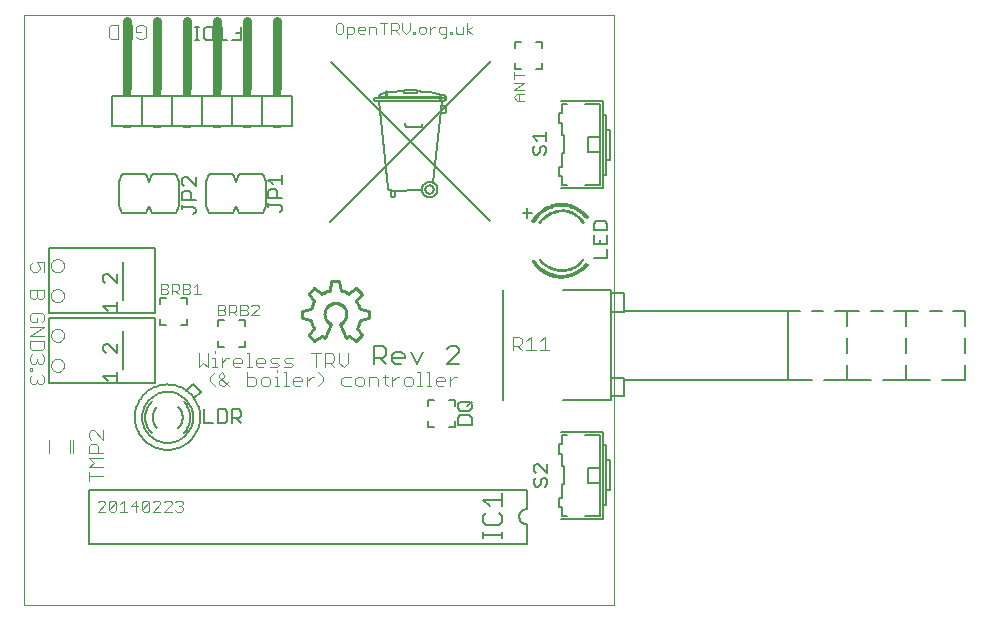
<source format=gto>
G75*
%MOIN*%
%OFA0B0*%
%FSLAX24Y24*%
%IPPOS*%
%LPD*%
%AMOC8*
5,1,8,0,0,1.08239X$1,22.5*
%
%ADD10C,0.0000*%
%ADD11C,0.0040*%
%ADD12C,0.0030*%
%ADD13C,0.0050*%
%ADD14C,0.0060*%
%ADD15C,0.0079*%
%ADD16C,0.0070*%
%ADD17C,0.0100*%
%ADD18C,0.0006*%
%ADD19C,0.0010*%
%ADD20C,0.0080*%
%ADD21C,0.0300*%
%ADD22R,0.0300X0.0200*%
%ADD23R,0.0300X0.0100*%
D10*
X000350Y000350D02*
X000350Y020035D01*
X020035Y020035D01*
X020035Y000350D01*
X000350Y000350D01*
X001267Y008344D02*
X001269Y008373D01*
X001275Y008401D01*
X001284Y008429D01*
X001297Y008455D01*
X001314Y008478D01*
X001333Y008500D01*
X001355Y008519D01*
X001380Y008534D01*
X001406Y008547D01*
X001434Y008555D01*
X001462Y008560D01*
X001491Y008561D01*
X001520Y008558D01*
X001548Y008551D01*
X001575Y008541D01*
X001601Y008527D01*
X001624Y008510D01*
X001645Y008490D01*
X001663Y008467D01*
X001678Y008442D01*
X001689Y008415D01*
X001697Y008387D01*
X001701Y008358D01*
X001701Y008330D01*
X001697Y008301D01*
X001689Y008273D01*
X001678Y008246D01*
X001663Y008221D01*
X001645Y008198D01*
X001624Y008178D01*
X001601Y008161D01*
X001575Y008147D01*
X001548Y008137D01*
X001520Y008130D01*
X001491Y008127D01*
X001462Y008128D01*
X001434Y008133D01*
X001406Y008141D01*
X001380Y008154D01*
X001355Y008169D01*
X001333Y008188D01*
X001314Y008210D01*
X001297Y008233D01*
X001284Y008259D01*
X001275Y008287D01*
X001269Y008315D01*
X001267Y008344D01*
X001267Y009344D02*
X001269Y009373D01*
X001275Y009401D01*
X001284Y009429D01*
X001297Y009455D01*
X001314Y009478D01*
X001333Y009500D01*
X001355Y009519D01*
X001380Y009534D01*
X001406Y009547D01*
X001434Y009555D01*
X001462Y009560D01*
X001491Y009561D01*
X001520Y009558D01*
X001548Y009551D01*
X001575Y009541D01*
X001601Y009527D01*
X001624Y009510D01*
X001645Y009490D01*
X001663Y009467D01*
X001678Y009442D01*
X001689Y009415D01*
X001697Y009387D01*
X001701Y009358D01*
X001701Y009330D01*
X001697Y009301D01*
X001689Y009273D01*
X001678Y009246D01*
X001663Y009221D01*
X001645Y009198D01*
X001624Y009178D01*
X001601Y009161D01*
X001575Y009147D01*
X001548Y009137D01*
X001520Y009130D01*
X001491Y009127D01*
X001462Y009128D01*
X001434Y009133D01*
X001406Y009141D01*
X001380Y009154D01*
X001355Y009169D01*
X001333Y009188D01*
X001314Y009210D01*
X001297Y009233D01*
X001284Y009259D01*
X001275Y009287D01*
X001269Y009315D01*
X001267Y009344D01*
X001259Y010670D02*
X001261Y010699D01*
X001267Y010727D01*
X001276Y010755D01*
X001289Y010781D01*
X001306Y010804D01*
X001325Y010826D01*
X001347Y010845D01*
X001372Y010860D01*
X001398Y010873D01*
X001426Y010881D01*
X001454Y010886D01*
X001483Y010887D01*
X001512Y010884D01*
X001540Y010877D01*
X001567Y010867D01*
X001593Y010853D01*
X001616Y010836D01*
X001637Y010816D01*
X001655Y010793D01*
X001670Y010768D01*
X001681Y010741D01*
X001689Y010713D01*
X001693Y010684D01*
X001693Y010656D01*
X001689Y010627D01*
X001681Y010599D01*
X001670Y010572D01*
X001655Y010547D01*
X001637Y010524D01*
X001616Y010504D01*
X001593Y010487D01*
X001567Y010473D01*
X001540Y010463D01*
X001512Y010456D01*
X001483Y010453D01*
X001454Y010454D01*
X001426Y010459D01*
X001398Y010467D01*
X001372Y010480D01*
X001347Y010495D01*
X001325Y010514D01*
X001306Y010536D01*
X001289Y010559D01*
X001276Y010585D01*
X001267Y010613D01*
X001261Y010641D01*
X001259Y010670D01*
X001259Y011670D02*
X001261Y011699D01*
X001267Y011727D01*
X001276Y011755D01*
X001289Y011781D01*
X001306Y011804D01*
X001325Y011826D01*
X001347Y011845D01*
X001372Y011860D01*
X001398Y011873D01*
X001426Y011881D01*
X001454Y011886D01*
X001483Y011887D01*
X001512Y011884D01*
X001540Y011877D01*
X001567Y011867D01*
X001593Y011853D01*
X001616Y011836D01*
X001637Y011816D01*
X001655Y011793D01*
X001670Y011768D01*
X001681Y011741D01*
X001689Y011713D01*
X001693Y011684D01*
X001693Y011656D01*
X001689Y011627D01*
X001681Y011599D01*
X001670Y011572D01*
X001655Y011547D01*
X001637Y011524D01*
X001616Y011504D01*
X001593Y011487D01*
X001567Y011473D01*
X001540Y011463D01*
X001512Y011456D01*
X001483Y011453D01*
X001454Y011454D01*
X001426Y011459D01*
X001398Y011467D01*
X001372Y011480D01*
X001347Y011495D01*
X001325Y011514D01*
X001306Y011536D01*
X001289Y011559D01*
X001276Y011585D01*
X001267Y011613D01*
X001261Y011641D01*
X001259Y011670D01*
D11*
X001039Y011778D02*
X000809Y011778D01*
X000885Y011625D01*
X000885Y011548D01*
X000809Y011471D01*
X000655Y011471D01*
X000579Y011548D01*
X000579Y011702D01*
X000655Y011778D01*
X001039Y011778D02*
X001039Y011471D01*
X001033Y010853D02*
X000572Y010853D01*
X000572Y010623D01*
X000649Y010546D01*
X000726Y010546D01*
X000803Y010623D01*
X000803Y010853D01*
X001033Y010853D02*
X001033Y010623D01*
X000956Y010546D01*
X000879Y010546D01*
X000803Y010623D01*
X000952Y010090D02*
X000645Y010090D01*
X000568Y010013D01*
X000568Y009860D01*
X000645Y009783D01*
X000798Y009783D01*
X000798Y009937D01*
X000952Y010090D02*
X001029Y010013D01*
X001029Y009860D01*
X000952Y009783D01*
X001029Y009630D02*
X000568Y009630D01*
X000568Y009323D02*
X001029Y009323D01*
X001029Y009169D02*
X001029Y008939D01*
X000952Y008862D01*
X000645Y008862D01*
X000568Y008939D01*
X000568Y009169D01*
X001029Y009169D01*
X001029Y009630D02*
X000568Y009323D01*
X000641Y008711D02*
X000565Y008634D01*
X000565Y008480D01*
X000641Y008404D01*
X000718Y008404D01*
X000795Y008480D01*
X000795Y008557D01*
X000795Y008480D02*
X000872Y008404D01*
X000948Y008404D01*
X001025Y008480D01*
X001025Y008634D01*
X000948Y008711D01*
X000641Y008250D02*
X000565Y008250D01*
X000565Y008173D01*
X000641Y008173D01*
X000641Y008250D01*
X000641Y008020D02*
X000565Y007943D01*
X000565Y007790D01*
X000641Y007713D01*
X000718Y007713D01*
X000795Y007790D01*
X000795Y007867D01*
X000795Y007790D02*
X000872Y007713D01*
X000948Y007713D01*
X001025Y007790D01*
X001025Y007943D01*
X000948Y008020D01*
X002606Y006180D02*
X002529Y006103D01*
X002529Y005950D01*
X002606Y005873D01*
X002606Y005719D02*
X002759Y005719D01*
X002836Y005643D01*
X002836Y005412D01*
X002990Y005412D02*
X002529Y005412D01*
X002529Y005643D01*
X002606Y005719D01*
X002990Y005873D02*
X002683Y006180D01*
X002606Y006180D01*
X002990Y006180D02*
X002990Y005873D01*
X002990Y005259D02*
X002529Y005259D01*
X002683Y005106D01*
X002529Y004952D01*
X002990Y004952D01*
X002990Y004645D02*
X002529Y004645D01*
X002529Y004492D02*
X002529Y004799D01*
X001988Y005411D02*
X001988Y005844D01*
X001888Y005844D02*
X001888Y005411D01*
X001188Y005411D02*
X001188Y005844D01*
X006184Y008284D02*
X006337Y008437D01*
X006491Y008284D01*
X006491Y008744D01*
X006644Y008591D02*
X006721Y008591D01*
X006721Y008284D01*
X006644Y008284D02*
X006798Y008284D01*
X006951Y008284D02*
X006951Y008591D01*
X006951Y008437D02*
X007105Y008591D01*
X007181Y008591D01*
X007335Y008514D02*
X007412Y008591D01*
X007565Y008591D01*
X007642Y008514D01*
X007642Y008437D01*
X007335Y008437D01*
X007335Y008361D02*
X007335Y008514D01*
X007335Y008361D02*
X007412Y008284D01*
X007565Y008284D01*
X007795Y008284D02*
X007949Y008284D01*
X007872Y008284D02*
X007872Y008744D01*
X007795Y008744D01*
X008102Y008514D02*
X008179Y008591D01*
X008332Y008591D01*
X008409Y008514D01*
X008409Y008437D01*
X008102Y008437D01*
X008102Y008361D02*
X008102Y008514D01*
X008102Y008361D02*
X008179Y008284D01*
X008332Y008284D01*
X008562Y008284D02*
X008793Y008284D01*
X008869Y008361D01*
X008793Y008437D01*
X008639Y008437D01*
X008562Y008514D01*
X008639Y008591D01*
X008869Y008591D01*
X009023Y008514D02*
X009100Y008591D01*
X009330Y008591D01*
X009253Y008437D02*
X009100Y008437D01*
X009023Y008514D01*
X009023Y008284D02*
X009253Y008284D01*
X009330Y008361D01*
X009253Y008437D01*
X009105Y008115D02*
X009105Y007654D01*
X009028Y007654D02*
X009182Y007654D01*
X009335Y007731D02*
X009335Y007885D01*
X009412Y007961D01*
X009565Y007961D01*
X009642Y007885D01*
X009642Y007808D01*
X009335Y007808D01*
X009335Y007731D02*
X009412Y007654D01*
X009565Y007654D01*
X009795Y007654D02*
X009795Y007961D01*
X009795Y007808D02*
X009949Y007961D01*
X010026Y007961D01*
X010179Y008115D02*
X010333Y007961D01*
X010333Y007808D01*
X010179Y007654D01*
X010097Y008284D02*
X010097Y008744D01*
X009944Y008744D02*
X010251Y008744D01*
X010404Y008744D02*
X010634Y008744D01*
X010711Y008668D01*
X010711Y008514D01*
X010634Y008437D01*
X010404Y008437D01*
X010404Y008284D02*
X010404Y008744D01*
X010558Y008437D02*
X010711Y008284D01*
X010864Y008437D02*
X011018Y008284D01*
X011171Y008437D01*
X011171Y008744D01*
X010864Y008744D02*
X010864Y008437D01*
X011023Y007961D02*
X010946Y007885D01*
X010946Y007731D01*
X011023Y007654D01*
X011253Y007654D01*
X011407Y007731D02*
X011483Y007654D01*
X011637Y007654D01*
X011714Y007731D01*
X011714Y007885D01*
X011637Y007961D01*
X011483Y007961D01*
X011407Y007885D01*
X011407Y007731D01*
X011253Y007961D02*
X011023Y007961D01*
X011867Y007961D02*
X011867Y007654D01*
X012174Y007654D02*
X012174Y007885D01*
X012097Y007961D01*
X011867Y007961D01*
X012328Y007961D02*
X012481Y007961D01*
X012404Y008038D02*
X012404Y007731D01*
X012481Y007654D01*
X012634Y007654D02*
X012634Y007961D01*
X012634Y007808D02*
X012788Y007961D01*
X012865Y007961D01*
X013018Y007885D02*
X013018Y007731D01*
X013095Y007654D01*
X013248Y007654D01*
X013325Y007731D01*
X013325Y007885D01*
X013248Y007961D01*
X013095Y007961D01*
X013018Y007885D01*
X013479Y008115D02*
X013555Y008115D01*
X013555Y007654D01*
X013479Y007654D02*
X013632Y007654D01*
X013785Y007654D02*
X013939Y007654D01*
X013862Y007654D02*
X013862Y008115D01*
X013785Y008115D01*
X014092Y007885D02*
X014169Y007961D01*
X014323Y007961D01*
X014399Y007885D01*
X014399Y007808D01*
X014092Y007808D01*
X014092Y007731D02*
X014092Y007885D01*
X014092Y007731D02*
X014169Y007654D01*
X014323Y007654D01*
X014553Y007654D02*
X014553Y007961D01*
X014553Y007808D02*
X014706Y007961D01*
X014783Y007961D01*
X016648Y008844D02*
X016648Y009305D01*
X016878Y009305D01*
X016955Y009228D01*
X016955Y009075D01*
X016878Y008998D01*
X016648Y008998D01*
X016801Y008998D02*
X016955Y008844D01*
X017108Y008844D02*
X017415Y008844D01*
X017262Y008844D02*
X017262Y009305D01*
X017108Y009151D01*
X017569Y009151D02*
X017722Y009305D01*
X017722Y008844D01*
X017569Y008844D02*
X017876Y008844D01*
X009105Y008115D02*
X009028Y008115D01*
X008798Y008115D02*
X008798Y008192D01*
X008798Y007961D02*
X008798Y007654D01*
X008721Y007654D02*
X008875Y007654D01*
X008568Y007731D02*
X008568Y007885D01*
X008491Y007961D01*
X008337Y007961D01*
X008261Y007885D01*
X008261Y007731D01*
X008337Y007654D01*
X008491Y007654D01*
X008568Y007731D01*
X008107Y007731D02*
X008107Y007885D01*
X008031Y007961D01*
X007800Y007961D01*
X007800Y008115D02*
X007800Y007654D01*
X008031Y007654D01*
X008107Y007731D01*
X008721Y007961D02*
X008798Y007961D01*
X007186Y007808D02*
X007033Y007654D01*
X006956Y007654D01*
X006880Y007731D01*
X006880Y007808D01*
X007033Y007961D01*
X007033Y008038D01*
X006956Y008115D01*
X006880Y008038D01*
X006880Y007961D01*
X007186Y007654D01*
X006726Y007654D02*
X006573Y007808D01*
X006573Y007961D01*
X006726Y008115D01*
X006184Y008284D02*
X006184Y008744D01*
X006721Y008744D02*
X006721Y008821D01*
X006838Y010011D02*
X007018Y010011D01*
X007078Y010071D01*
X007078Y010131D01*
X007018Y010191D01*
X006838Y010191D01*
X006838Y010011D02*
X006838Y010371D01*
X007018Y010371D01*
X007078Y010311D01*
X007078Y010251D01*
X007018Y010191D01*
X007206Y010131D02*
X007387Y010131D01*
X007447Y010191D01*
X007447Y010311D01*
X007387Y010371D01*
X007206Y010371D01*
X007206Y010011D01*
X007326Y010131D02*
X007447Y010011D01*
X007575Y010011D02*
X007755Y010011D01*
X007815Y010071D01*
X007815Y010131D01*
X007755Y010191D01*
X007575Y010191D01*
X007755Y010191D02*
X007815Y010251D01*
X007815Y010311D01*
X007755Y010371D01*
X007575Y010371D01*
X007575Y010011D01*
X007943Y010011D02*
X008183Y010251D01*
X008183Y010311D01*
X008123Y010371D01*
X008003Y010371D01*
X007943Y010311D01*
X007943Y010011D02*
X008183Y010011D01*
X006265Y010713D02*
X006025Y010713D01*
X006145Y010713D02*
X006145Y011074D01*
X006025Y010953D01*
X005897Y010953D02*
X005836Y010893D01*
X005656Y010893D01*
X005528Y010893D02*
X005468Y010833D01*
X005288Y010833D01*
X005288Y010713D02*
X005288Y011074D01*
X005468Y011074D01*
X005528Y011013D01*
X005528Y010893D01*
X005408Y010833D02*
X005528Y010713D01*
X005656Y010713D02*
X005836Y010713D01*
X005897Y010773D01*
X005897Y010833D01*
X005836Y010893D01*
X005897Y010953D02*
X005897Y011013D01*
X005836Y011074D01*
X005656Y011074D01*
X005656Y010713D01*
X005160Y010773D02*
X005160Y010833D01*
X005100Y010893D01*
X004920Y010893D01*
X004920Y010713D02*
X005100Y010713D01*
X005160Y010773D01*
X005100Y010893D02*
X005160Y010953D01*
X005160Y011013D01*
X005100Y011074D01*
X004920Y011074D01*
X004920Y010713D01*
X016689Y017285D02*
X016807Y017403D01*
X017043Y017403D01*
X017043Y017529D02*
X016689Y017529D01*
X017043Y017765D01*
X016689Y017765D01*
X016689Y017892D02*
X016689Y018128D01*
X016689Y018010D02*
X017043Y018010D01*
X016866Y017403D02*
X016866Y017167D01*
X016807Y017167D02*
X016689Y017285D01*
X016807Y017167D02*
X017043Y017167D01*
X004418Y019303D02*
X004418Y019610D01*
X004341Y019686D01*
X004187Y019686D01*
X004111Y019610D01*
X004111Y019456D01*
X004264Y019456D01*
X004111Y019303D02*
X004187Y019226D01*
X004341Y019226D01*
X004418Y019303D01*
X003957Y019226D02*
X003650Y019686D01*
X003650Y019226D01*
X003497Y019226D02*
X003267Y019226D01*
X003190Y019303D01*
X003190Y019610D01*
X003267Y019686D01*
X003497Y019686D01*
X003497Y019226D01*
X003957Y019226D02*
X003957Y019686D01*
D12*
X010759Y019701D02*
X010759Y019454D01*
X010821Y019393D01*
X010944Y019393D01*
X011006Y019454D01*
X011006Y019701D01*
X010944Y019763D01*
X010821Y019763D01*
X010759Y019701D01*
X011127Y019640D02*
X011313Y019640D01*
X011374Y019578D01*
X011374Y019454D01*
X011313Y019393D01*
X011127Y019393D01*
X011127Y019269D02*
X011127Y019640D01*
X011496Y019578D02*
X011557Y019640D01*
X011681Y019640D01*
X011743Y019578D01*
X011743Y019516D01*
X011496Y019516D01*
X011496Y019454D02*
X011496Y019578D01*
X011496Y019454D02*
X011557Y019393D01*
X011681Y019393D01*
X011864Y019393D02*
X011864Y019640D01*
X012049Y019640D01*
X012111Y019578D01*
X012111Y019393D01*
X012356Y019393D02*
X012356Y019763D01*
X012479Y019763D02*
X012232Y019763D01*
X012601Y019763D02*
X012601Y019393D01*
X012601Y019516D02*
X012786Y019516D01*
X012848Y019578D01*
X012848Y019701D01*
X012786Y019763D01*
X012601Y019763D01*
X012724Y019516D02*
X012848Y019393D01*
X012969Y019516D02*
X013092Y019393D01*
X013216Y019516D01*
X013216Y019763D01*
X012969Y019763D02*
X012969Y019516D01*
X013337Y019454D02*
X013399Y019454D01*
X013399Y019393D01*
X013337Y019393D01*
X013337Y019454D01*
X013522Y019454D02*
X013583Y019393D01*
X013707Y019393D01*
X013768Y019454D01*
X013768Y019578D01*
X013707Y019640D01*
X013583Y019640D01*
X013522Y019578D01*
X013522Y019454D01*
X013890Y019393D02*
X013890Y019640D01*
X014013Y019640D02*
X014075Y019640D01*
X014013Y019640D02*
X013890Y019516D01*
X014197Y019454D02*
X014258Y019393D01*
X014444Y019393D01*
X014444Y019331D02*
X014444Y019640D01*
X014258Y019640D01*
X014197Y019578D01*
X014197Y019454D01*
X014320Y019269D02*
X014382Y019269D01*
X014444Y019331D01*
X014565Y019393D02*
X014627Y019393D01*
X014627Y019454D01*
X014565Y019454D01*
X014565Y019393D01*
X014749Y019454D02*
X014749Y019640D01*
X014749Y019454D02*
X014811Y019393D01*
X014996Y019393D01*
X014996Y019640D01*
X015118Y019763D02*
X015118Y019393D01*
X015118Y019516D02*
X015303Y019640D01*
X015118Y019516D02*
X015303Y019393D01*
X005588Y003837D02*
X005649Y003775D01*
X005649Y003713D01*
X005588Y003652D01*
X005649Y003590D01*
X005649Y003528D01*
X005588Y003466D01*
X005464Y003466D01*
X005403Y003528D01*
X005281Y003466D02*
X005034Y003466D01*
X005281Y003713D01*
X005281Y003775D01*
X005219Y003837D01*
X005096Y003837D01*
X005034Y003775D01*
X004913Y003775D02*
X004851Y003837D01*
X004728Y003837D01*
X004666Y003775D01*
X004545Y003775D02*
X004298Y003528D01*
X004359Y003466D01*
X004483Y003466D01*
X004545Y003528D01*
X004545Y003775D01*
X004483Y003837D01*
X004359Y003837D01*
X004298Y003775D01*
X004298Y003528D01*
X004176Y003652D02*
X003929Y003652D01*
X004114Y003837D01*
X004114Y003466D01*
X003808Y003466D02*
X003561Y003466D01*
X003684Y003466D02*
X003684Y003837D01*
X003561Y003713D01*
X003440Y003775D02*
X003193Y003528D01*
X003254Y003466D01*
X003378Y003466D01*
X003440Y003528D01*
X003440Y003775D01*
X003378Y003837D01*
X003254Y003837D01*
X003193Y003775D01*
X003193Y003528D01*
X003071Y003466D02*
X002824Y003466D01*
X003071Y003713D01*
X003071Y003775D01*
X003010Y003837D01*
X002886Y003837D01*
X002824Y003775D01*
X004666Y003466D02*
X004913Y003713D01*
X004913Y003775D01*
X005403Y003775D02*
X005464Y003837D01*
X005588Y003837D01*
X005588Y003652D02*
X005526Y003652D01*
X004913Y003466D02*
X004666Y003466D01*
D13*
X006370Y006428D02*
X006670Y006428D01*
X006830Y006428D02*
X007055Y006428D01*
X007130Y006503D01*
X007130Y006803D01*
X007055Y006878D01*
X006830Y006878D01*
X006830Y006428D01*
X007291Y006428D02*
X007291Y006878D01*
X007516Y006878D01*
X007591Y006803D01*
X007591Y006653D01*
X007516Y006578D01*
X007291Y006578D01*
X007441Y006578D02*
X007591Y006428D01*
X006370Y006428D02*
X006370Y006878D01*
X003459Y007835D02*
X003459Y008135D01*
X003459Y007985D02*
X003009Y007985D01*
X003159Y007835D01*
X003084Y008769D02*
X003009Y008844D01*
X003009Y008994D01*
X003084Y009069D01*
X003159Y009069D01*
X003459Y008769D01*
X003459Y009069D01*
X003451Y010161D02*
X003451Y010461D01*
X003451Y010311D02*
X003001Y010311D01*
X003151Y010161D01*
X003076Y011095D02*
X003001Y011170D01*
X003001Y011321D01*
X003076Y011396D01*
X003151Y011396D01*
X003451Y011095D01*
X003451Y011396D01*
X006013Y013398D02*
X006088Y013473D01*
X006088Y013548D01*
X006013Y013623D01*
X005637Y013623D01*
X005637Y013548D02*
X005637Y013698D01*
X005637Y013859D02*
X005637Y014084D01*
X005712Y014159D01*
X005863Y014159D01*
X005938Y014084D01*
X005938Y013859D01*
X006088Y013859D02*
X005637Y013859D01*
X005712Y014319D02*
X005637Y014394D01*
X005637Y014544D01*
X005712Y014619D01*
X005788Y014619D01*
X006088Y014319D01*
X006088Y014619D01*
X008508Y014532D02*
X008958Y014532D01*
X008958Y014382D02*
X008958Y014682D01*
X008658Y014382D02*
X008508Y014532D01*
X008583Y014222D02*
X008733Y014222D01*
X008808Y014147D01*
X008808Y013922D01*
X008958Y013922D02*
X008508Y013922D01*
X008508Y014147D01*
X008583Y014222D01*
X008508Y013762D02*
X008508Y013612D01*
X008508Y013687D02*
X008883Y013687D01*
X008958Y013612D01*
X008958Y013536D01*
X008883Y013461D01*
X012034Y009001D02*
X012340Y009001D01*
X012441Y008899D01*
X012441Y008695D01*
X012340Y008594D01*
X012034Y008594D01*
X012238Y008594D02*
X012441Y008390D01*
X012642Y008492D02*
X012642Y008695D01*
X012744Y008797D01*
X012947Y008797D01*
X013049Y008695D01*
X013049Y008594D01*
X012642Y008594D01*
X012642Y008492D02*
X012744Y008390D01*
X012947Y008390D01*
X013453Y008390D02*
X013250Y008797D01*
X013657Y008797D02*
X013453Y008390D01*
X014465Y008390D02*
X014872Y008797D01*
X014872Y008899D01*
X014770Y009001D01*
X014567Y009001D01*
X014465Y008899D01*
X014465Y008390D02*
X014872Y008390D01*
X014910Y007135D02*
X015210Y007135D01*
X015286Y007060D01*
X015286Y006910D01*
X015210Y006835D01*
X014910Y006835D01*
X014835Y006910D01*
X014835Y007060D01*
X014910Y007135D01*
X015135Y006985D02*
X015286Y007135D01*
X015210Y006675D02*
X014910Y006675D01*
X014835Y006600D01*
X014835Y006374D01*
X015286Y006374D01*
X015286Y006600D01*
X015210Y006675D01*
X017362Y004989D02*
X017362Y004839D01*
X017437Y004764D01*
X017437Y004604D02*
X017362Y004529D01*
X017362Y004379D01*
X017437Y004304D01*
X017512Y004304D01*
X017587Y004379D01*
X017587Y004529D01*
X017662Y004604D01*
X017737Y004604D01*
X017812Y004529D01*
X017812Y004379D01*
X017737Y004304D01*
X017812Y004764D02*
X017512Y005064D01*
X017437Y005064D01*
X017362Y004989D01*
X017812Y005064D02*
X017812Y004764D01*
X012034Y008390D02*
X012034Y009001D01*
X016993Y013432D02*
X017283Y013432D01*
X017133Y013582D02*
X017133Y013272D01*
X019353Y013073D02*
X019353Y012848D01*
X019803Y012848D01*
X019803Y013073D01*
X019728Y013148D01*
X019428Y013148D01*
X019353Y013073D01*
X019353Y012688D02*
X019353Y012388D01*
X019803Y012388D01*
X019803Y012688D01*
X019578Y012538D02*
X019578Y012388D01*
X019803Y012227D02*
X019803Y011927D01*
X019353Y011927D01*
X017699Y015370D02*
X017775Y015445D01*
X017775Y015595D01*
X017699Y015670D01*
X017624Y015670D01*
X017549Y015595D01*
X017549Y015445D01*
X017474Y015370D01*
X017399Y015370D01*
X017324Y015445D01*
X017324Y015595D01*
X017399Y015670D01*
X017474Y015830D02*
X017324Y015980D01*
X017775Y015980D01*
X017775Y015830D02*
X017775Y016131D01*
X007589Y019188D02*
X007289Y019188D01*
X007129Y019188D02*
X006829Y019188D01*
X006979Y019188D02*
X006979Y019638D01*
X006669Y019638D02*
X006443Y019638D01*
X006368Y019563D01*
X006368Y019263D01*
X006443Y019188D01*
X006669Y019188D01*
X006669Y019638D01*
X006208Y019638D02*
X006058Y019638D01*
X006133Y019638D02*
X006133Y019188D01*
X006208Y019188D02*
X006058Y019188D01*
X007439Y019413D02*
X007589Y019413D01*
X007589Y019638D02*
X007589Y019188D01*
D14*
X007304Y017339D02*
X006304Y017339D01*
X005304Y017339D01*
X004304Y017339D01*
X003304Y017339D01*
X003304Y016339D01*
X004304Y016339D01*
X005304Y016339D01*
X006304Y016339D01*
X007304Y016339D01*
X008304Y016339D01*
X009304Y016339D01*
X009304Y017339D01*
X008304Y017339D01*
X007304Y017339D01*
X007304Y016339D01*
X006304Y016339D02*
X006304Y017339D01*
X005304Y017339D02*
X005304Y016339D01*
X004304Y016339D02*
X004304Y017339D01*
X004421Y014720D02*
X003621Y014720D01*
X003521Y014470D01*
X003521Y013670D01*
X003621Y013420D01*
X004421Y013420D01*
X004521Y013670D01*
X004621Y013420D01*
X005421Y013420D01*
X005521Y013670D01*
X005521Y014470D01*
X005421Y014720D01*
X004621Y014720D01*
X004521Y014470D01*
X004421Y014720D01*
X006416Y014463D02*
X006416Y013663D01*
X006516Y013413D01*
X007316Y013413D01*
X007416Y013663D01*
X007516Y013413D01*
X008316Y013413D01*
X008416Y013663D01*
X008416Y014463D01*
X008316Y014713D01*
X007516Y014713D01*
X007416Y014463D01*
X007316Y014713D01*
X006516Y014713D01*
X006416Y014463D01*
X008304Y016339D02*
X008304Y017339D01*
X004726Y012261D02*
X001186Y012261D01*
X001186Y010080D01*
X004726Y010080D01*
X004726Y012261D01*
X003657Y011806D02*
X003657Y010536D01*
X004734Y009934D02*
X001194Y009934D01*
X001194Y007753D01*
X004734Y007753D01*
X004734Y009934D01*
X004900Y009893D02*
X004900Y009693D01*
X005100Y009693D01*
X005600Y009693D02*
X005800Y009693D01*
X005800Y009893D01*
X005800Y010393D02*
X005800Y010593D01*
X005600Y010593D01*
X005100Y010593D02*
X004900Y010593D01*
X004900Y010393D01*
X003666Y009480D02*
X003666Y008210D01*
X005775Y007502D02*
X006009Y007735D01*
X006270Y007474D01*
X006044Y007247D01*
X004303Y006611D02*
X004305Y006669D01*
X004311Y006727D01*
X004321Y006784D01*
X004335Y006840D01*
X004352Y006896D01*
X004373Y006950D01*
X004398Y007002D01*
X004427Y007053D01*
X004459Y007101D01*
X004494Y007147D01*
X004532Y007191D01*
X004573Y007232D01*
X004617Y007270D01*
X004663Y007305D01*
X004711Y007337D01*
X004762Y007366D01*
X004814Y007391D01*
X004868Y007412D01*
X004924Y007429D01*
X004980Y007443D01*
X005037Y007453D01*
X005095Y007459D01*
X005153Y007461D01*
X005211Y007459D01*
X005269Y007453D01*
X005326Y007443D01*
X005382Y007429D01*
X005438Y007412D01*
X005492Y007391D01*
X005544Y007366D01*
X005595Y007337D01*
X005643Y007305D01*
X005689Y007270D01*
X005733Y007232D01*
X005774Y007191D01*
X005812Y007147D01*
X005847Y007101D01*
X005879Y007053D01*
X005908Y007002D01*
X005933Y006950D01*
X005954Y006896D01*
X005971Y006840D01*
X005985Y006784D01*
X005995Y006727D01*
X006001Y006669D01*
X006003Y006611D01*
X006001Y006553D01*
X005995Y006495D01*
X005985Y006438D01*
X005971Y006382D01*
X005954Y006326D01*
X005933Y006272D01*
X005908Y006220D01*
X005879Y006169D01*
X005847Y006121D01*
X005812Y006075D01*
X005774Y006031D01*
X005733Y005990D01*
X005689Y005952D01*
X005643Y005917D01*
X005595Y005885D01*
X005544Y005856D01*
X005492Y005831D01*
X005438Y005810D01*
X005382Y005793D01*
X005326Y005779D01*
X005269Y005769D01*
X005211Y005763D01*
X005153Y005761D01*
X005095Y005763D01*
X005037Y005769D01*
X004980Y005779D01*
X004924Y005793D01*
X004868Y005810D01*
X004814Y005831D01*
X004762Y005856D01*
X004711Y005885D01*
X004663Y005917D01*
X004617Y005952D01*
X004573Y005990D01*
X004532Y006031D01*
X004494Y006075D01*
X004459Y006121D01*
X004427Y006169D01*
X004398Y006220D01*
X004373Y006272D01*
X004352Y006326D01*
X004335Y006382D01*
X004321Y006438D01*
X004311Y006495D01*
X004305Y006553D01*
X004303Y006611D01*
X004056Y006618D02*
X004058Y006684D01*
X004064Y006749D01*
X004074Y006814D01*
X004088Y006879D01*
X004105Y006942D01*
X004127Y007005D01*
X004152Y007065D01*
X004181Y007125D01*
X004213Y007182D01*
X004249Y007237D01*
X004288Y007290D01*
X004330Y007341D01*
X004375Y007389D01*
X004423Y007434D01*
X004474Y007476D01*
X004527Y007515D01*
X004582Y007551D01*
X004639Y007583D01*
X004699Y007612D01*
X004759Y007637D01*
X004822Y007659D01*
X004885Y007676D01*
X004950Y007690D01*
X005015Y007700D01*
X005080Y007706D01*
X005146Y007708D01*
X005212Y007706D01*
X005277Y007700D01*
X005342Y007690D01*
X005407Y007676D01*
X005470Y007659D01*
X005533Y007637D01*
X005593Y007612D01*
X005653Y007583D01*
X005710Y007551D01*
X005765Y007515D01*
X005818Y007476D01*
X005869Y007434D01*
X005917Y007389D01*
X005962Y007341D01*
X006004Y007290D01*
X006043Y007237D01*
X006079Y007182D01*
X006111Y007125D01*
X006140Y007065D01*
X006165Y007005D01*
X006187Y006942D01*
X006204Y006879D01*
X006218Y006814D01*
X006228Y006749D01*
X006234Y006684D01*
X006236Y006618D01*
X006234Y006552D01*
X006228Y006487D01*
X006218Y006422D01*
X006204Y006357D01*
X006187Y006294D01*
X006165Y006231D01*
X006140Y006171D01*
X006111Y006111D01*
X006079Y006054D01*
X006043Y005999D01*
X006004Y005946D01*
X005962Y005895D01*
X005917Y005847D01*
X005869Y005802D01*
X005818Y005760D01*
X005765Y005721D01*
X005710Y005685D01*
X005653Y005653D01*
X005593Y005624D01*
X005533Y005599D01*
X005470Y005577D01*
X005407Y005560D01*
X005342Y005546D01*
X005277Y005536D01*
X005212Y005530D01*
X005146Y005528D01*
X005080Y005530D01*
X005015Y005536D01*
X004950Y005546D01*
X004885Y005560D01*
X004822Y005577D01*
X004759Y005599D01*
X004699Y005624D01*
X004639Y005653D01*
X004582Y005685D01*
X004527Y005721D01*
X004474Y005760D01*
X004423Y005802D01*
X004375Y005847D01*
X004330Y005895D01*
X004288Y005946D01*
X004249Y005999D01*
X004213Y006054D01*
X004181Y006111D01*
X004152Y006171D01*
X004127Y006231D01*
X004105Y006294D01*
X004088Y006357D01*
X004074Y006422D01*
X004064Y006487D01*
X004058Y006552D01*
X004056Y006618D01*
X004623Y007141D02*
X004586Y007102D01*
X004553Y007060D01*
X004522Y007016D01*
X004495Y006970D01*
X004471Y006923D01*
X004450Y006873D01*
X004433Y006822D01*
X004420Y006770D01*
X004411Y006718D01*
X004405Y006665D01*
X004403Y006611D01*
X004405Y006557D01*
X004411Y006504D01*
X004420Y006452D01*
X004433Y006400D01*
X004450Y006349D01*
X004471Y006299D01*
X004495Y006252D01*
X004522Y006206D01*
X004553Y006162D01*
X004586Y006120D01*
X004623Y006081D01*
X004799Y006257D02*
X004770Y006290D01*
X004743Y006324D01*
X004720Y006361D01*
X004700Y006400D01*
X004683Y006440D01*
X004670Y006482D01*
X004661Y006524D01*
X004655Y006567D01*
X004653Y006611D01*
X004655Y006655D01*
X004661Y006698D01*
X004670Y006740D01*
X004683Y006782D01*
X004700Y006822D01*
X004720Y006861D01*
X004743Y006898D01*
X004770Y006932D01*
X004799Y006965D01*
X005507Y006965D02*
X005536Y006932D01*
X005563Y006898D01*
X005586Y006861D01*
X005606Y006822D01*
X005623Y006782D01*
X005636Y006740D01*
X005645Y006698D01*
X005651Y006655D01*
X005653Y006611D01*
X005651Y006567D01*
X005645Y006524D01*
X005636Y006482D01*
X005623Y006440D01*
X005606Y006400D01*
X005586Y006361D01*
X005563Y006324D01*
X005536Y006290D01*
X005507Y006257D01*
X005683Y006081D02*
X005720Y006120D01*
X005753Y006162D01*
X005784Y006206D01*
X005811Y006252D01*
X005835Y006299D01*
X005856Y006349D01*
X005873Y006400D01*
X005886Y006452D01*
X005895Y006504D01*
X005901Y006557D01*
X005903Y006611D01*
X005901Y006665D01*
X005895Y006718D01*
X005886Y006770D01*
X005873Y006822D01*
X005856Y006873D01*
X005835Y006923D01*
X005811Y006970D01*
X005784Y007016D01*
X005753Y007060D01*
X005720Y007102D01*
X005683Y007141D01*
X006830Y008972D02*
X007030Y008972D01*
X006830Y008972D02*
X006830Y009172D01*
X007530Y008972D02*
X007730Y008972D01*
X007730Y009172D01*
X007730Y009672D02*
X007730Y009872D01*
X007530Y009872D01*
X007030Y009872D02*
X006830Y009872D01*
X006830Y009672D01*
X013827Y007179D02*
X013827Y006979D01*
X013827Y007179D02*
X014027Y007179D01*
X014527Y007179D02*
X014727Y007179D01*
X014727Y006979D01*
X014727Y006479D02*
X014727Y006279D01*
X014527Y006279D01*
X014027Y006279D02*
X013827Y006279D01*
X013827Y006479D01*
X017117Y004205D02*
X002517Y004205D01*
X002517Y002405D01*
X017117Y002405D01*
X017117Y003055D01*
X017087Y003057D01*
X017057Y003062D01*
X017028Y003071D01*
X017001Y003084D01*
X016975Y003099D01*
X016951Y003118D01*
X016930Y003139D01*
X016911Y003163D01*
X016896Y003189D01*
X016883Y003216D01*
X016874Y003245D01*
X016869Y003275D01*
X016867Y003305D01*
X016869Y003335D01*
X016874Y003365D01*
X016883Y003394D01*
X016896Y003421D01*
X016911Y003447D01*
X016930Y003471D01*
X016951Y003492D01*
X016975Y003511D01*
X017001Y003526D01*
X017028Y003539D01*
X017057Y003548D01*
X017087Y003553D01*
X017117Y003555D01*
X017117Y004205D01*
X018189Y003939D02*
X018189Y003639D01*
X018289Y003639D01*
X018287Y003328D01*
X018463Y003331D01*
X018263Y003231D02*
X019663Y003231D01*
X019663Y005681D01*
X019763Y005681D01*
X019763Y005181D01*
X019913Y005181D01*
X019913Y004181D01*
X019763Y004181D01*
X019763Y005181D01*
X019563Y004931D02*
X019163Y004931D01*
X019163Y004431D01*
X019563Y004431D01*
X019563Y004931D01*
X019563Y006031D01*
X019063Y006031D01*
X018463Y006031D02*
X018292Y006028D01*
X018289Y005739D01*
X018189Y005739D01*
X018189Y005389D01*
X018289Y005389D01*
X018289Y004989D01*
X018366Y004990D01*
X018366Y004390D01*
X018289Y004389D01*
X018289Y003939D01*
X018189Y003939D01*
X019063Y003331D02*
X019563Y003331D01*
X019563Y004431D01*
X019763Y004181D02*
X019763Y003681D01*
X019663Y003681D01*
X019663Y005681D02*
X019663Y006131D01*
X018263Y006131D01*
X018263Y014254D02*
X019663Y014254D01*
X019663Y016704D01*
X019763Y016704D01*
X019763Y016204D01*
X019913Y016204D01*
X019913Y015204D01*
X019763Y015204D01*
X019763Y016204D01*
X019563Y015954D02*
X019163Y015954D01*
X019163Y015454D01*
X019563Y015454D01*
X019563Y015954D01*
X019563Y017054D01*
X019063Y017054D01*
X018463Y017054D02*
X018292Y017052D01*
X018289Y016763D01*
X018189Y016763D01*
X018189Y016413D01*
X018289Y016413D01*
X018289Y016013D01*
X018366Y016014D01*
X018366Y015414D01*
X018289Y015413D01*
X018289Y014963D01*
X018189Y014963D01*
X018189Y014663D01*
X018289Y014663D01*
X018287Y014352D01*
X018463Y014354D01*
X019063Y014354D02*
X019563Y014354D01*
X019563Y015454D01*
X019763Y015204D02*
X019763Y014704D01*
X019663Y014704D01*
X019663Y016704D02*
X019663Y017154D01*
X018263Y017154D01*
X017618Y018216D02*
X017418Y018216D01*
X017618Y018216D02*
X017618Y018416D01*
X017618Y018916D02*
X017618Y019116D01*
X017418Y019116D01*
X016918Y019116D02*
X016718Y019116D01*
X016718Y018916D01*
X016718Y018416D02*
X016718Y018216D01*
X016918Y018216D01*
D15*
X015921Y018493D02*
X010567Y013138D01*
X012565Y014182D02*
X012595Y014178D01*
X012624Y014172D01*
X013618Y014182D01*
X013745Y014211D02*
X013747Y014234D01*
X013753Y014257D01*
X013763Y014278D01*
X013776Y014298D01*
X013792Y014315D01*
X013811Y014329D01*
X013832Y014339D01*
X013854Y014346D01*
X013877Y014349D01*
X013901Y014348D01*
X013923Y014343D01*
X013945Y014334D01*
X013965Y014322D01*
X013983Y014306D01*
X013997Y014288D01*
X014009Y014268D01*
X014017Y014246D01*
X014021Y014223D01*
X014021Y014199D01*
X014017Y014176D01*
X014009Y014154D01*
X013997Y014134D01*
X013983Y014116D01*
X013965Y014100D01*
X013945Y014088D01*
X013923Y014079D01*
X013901Y014074D01*
X013877Y014073D01*
X013854Y014076D01*
X013832Y014083D01*
X013811Y014093D01*
X013792Y014107D01*
X013776Y014124D01*
X013763Y014144D01*
X013753Y014165D01*
X013747Y014188D01*
X013745Y014211D01*
X013627Y014211D02*
X013629Y014242D01*
X013635Y014273D01*
X013644Y014303D01*
X013657Y014332D01*
X013674Y014359D01*
X013694Y014383D01*
X013716Y014405D01*
X013742Y014424D01*
X013769Y014440D01*
X013798Y014452D01*
X013828Y014461D01*
X013859Y014466D01*
X013891Y014467D01*
X013922Y014464D01*
X013953Y014457D01*
X013983Y014447D01*
X014011Y014433D01*
X014037Y014415D01*
X014061Y014395D01*
X014082Y014371D01*
X014101Y014346D01*
X014116Y014318D01*
X014127Y014289D01*
X014135Y014258D01*
X014139Y014227D01*
X014139Y014195D01*
X014135Y014164D01*
X014127Y014133D01*
X014116Y014104D01*
X014101Y014076D01*
X014082Y014051D01*
X014061Y014027D01*
X014037Y014007D01*
X014011Y013989D01*
X013983Y013975D01*
X013953Y013965D01*
X013922Y013958D01*
X013891Y013955D01*
X013859Y013956D01*
X013828Y013961D01*
X013798Y013970D01*
X013769Y013982D01*
X013742Y013998D01*
X013716Y014017D01*
X013694Y014039D01*
X013674Y014063D01*
X013657Y014090D01*
X013644Y014119D01*
X013635Y014149D01*
X013629Y014180D01*
X013627Y014211D01*
X014011Y014437D02*
X014287Y017154D01*
X014346Y017164D02*
X013874Y017164D01*
X013067Y017164D01*
X012220Y017164D01*
X012063Y017164D01*
X012055Y017166D01*
X012049Y017170D01*
X012045Y017176D01*
X012043Y017184D01*
X012043Y017213D01*
X012043Y017233D01*
X012042Y017233D02*
X012043Y017242D01*
X012048Y017251D01*
X012054Y017257D01*
X012063Y017262D01*
X012072Y017263D01*
X012072Y017262D02*
X012082Y017262D01*
X012092Y017262D01*
X014435Y017262D01*
X014435Y017252D01*
X014433Y017235D01*
X014428Y017218D01*
X014420Y017203D01*
X014409Y017189D01*
X014395Y017178D01*
X014380Y017170D01*
X014363Y017165D01*
X014346Y017163D01*
X014327Y016987D02*
X014314Y016985D01*
X014300Y016985D01*
X014287Y016987D01*
X014326Y016986D02*
X014344Y016988D01*
X014361Y016986D01*
X014378Y016981D01*
X014394Y016973D01*
X014408Y016962D01*
X014419Y016948D01*
X014427Y016932D01*
X014432Y016916D01*
X014434Y016898D01*
X014435Y016898D02*
X014435Y016839D01*
X014434Y016839D02*
X014433Y016822D01*
X014428Y016805D01*
X014421Y016790D01*
X014411Y016776D01*
X014399Y016764D01*
X014385Y016754D01*
X014370Y016747D01*
X014353Y016742D01*
X014336Y016741D01*
X014267Y016741D01*
X014258Y017350D02*
X014239Y017362D01*
X014219Y017372D01*
X014199Y017380D01*
X014257Y017351D02*
X014267Y017342D01*
X014274Y017331D01*
X014278Y017318D01*
X014279Y017305D01*
X014277Y017292D01*
X014248Y017292D02*
X012210Y017292D01*
X012201Y017292D02*
X012199Y017308D01*
X012200Y017325D01*
X012205Y017342D01*
X012212Y017357D01*
X012223Y017370D01*
X012235Y017381D01*
X012250Y017390D01*
X012417Y017410D02*
X012427Y017312D01*
X012417Y017470D02*
X012420Y017478D01*
X012425Y017486D01*
X012433Y017490D01*
X012442Y017492D01*
X012451Y017490D01*
X012459Y017486D01*
X012464Y017478D01*
X012467Y017470D01*
X012416Y017469D02*
X012415Y017439D01*
X012416Y017409D01*
X012200Y017154D02*
X012486Y014260D01*
X012485Y014260D02*
X012489Y014243D01*
X012495Y014228D01*
X012505Y014213D01*
X012517Y014201D01*
X012532Y014191D01*
X012547Y014185D01*
X012564Y014181D01*
X012594Y014152D02*
X012594Y014024D01*
X012595Y014011D01*
X012600Y013998D01*
X012607Y013987D01*
X012616Y013978D01*
X012627Y013971D01*
X012640Y013966D01*
X012653Y013965D01*
X012673Y013965D01*
X012686Y013967D01*
X012698Y013972D01*
X012708Y013979D01*
X012715Y013990D01*
X012720Y014001D01*
X012722Y014014D01*
X012722Y014152D01*
X012486Y017449D02*
X012609Y017462D01*
X012731Y017472D01*
X012855Y017477D01*
X012978Y017479D01*
X013027Y017479D01*
X013027Y017508D02*
X013027Y017430D01*
X013480Y017430D01*
X013480Y017508D01*
X013027Y017508D01*
X013490Y017479D02*
X013677Y017469D01*
X014228Y017262D02*
X014230Y017281D01*
X014235Y017300D01*
X014245Y017316D01*
X014257Y017331D01*
X014272Y017343D01*
X014288Y017353D01*
X014307Y017358D01*
X014326Y017360D01*
X014345Y017358D01*
X014364Y017353D01*
X014380Y017343D01*
X014395Y017331D01*
X014407Y017316D01*
X014417Y017300D01*
X014422Y017281D01*
X014424Y017262D01*
X014422Y017243D01*
X014417Y017224D01*
X014407Y017208D01*
X014395Y017193D01*
X014380Y017181D01*
X014364Y017171D01*
X014345Y017166D01*
X014326Y017164D01*
X014307Y017166D01*
X014288Y017171D01*
X014272Y017181D01*
X014257Y017193D01*
X014245Y017208D01*
X014235Y017224D01*
X014230Y017243D01*
X014228Y017262D01*
X013637Y016406D02*
X013637Y016337D01*
X013636Y016327D01*
X013632Y016318D01*
X013626Y016309D01*
X013618Y016303D01*
X013608Y016299D01*
X013598Y016298D01*
X013135Y016298D01*
X013122Y016299D01*
X013109Y016304D01*
X013098Y016311D01*
X013089Y016320D01*
X013082Y016331D01*
X013077Y016344D01*
X013076Y016357D01*
X013076Y016386D01*
X013076Y016416D01*
X012486Y017449D02*
X012427Y017440D01*
X012368Y017429D01*
X012092Y017262D02*
X012082Y017262D01*
X012466Y017321D02*
X012470Y017370D01*
X012470Y017420D01*
X012466Y017469D01*
X012368Y017430D02*
X012328Y017419D01*
X012288Y017406D01*
X012250Y017390D01*
X010586Y018473D02*
X015901Y013158D01*
X014001Y017429D02*
X013921Y017443D01*
X013840Y017455D01*
X013758Y017463D01*
X013676Y017469D01*
X014001Y017430D02*
X014067Y017416D01*
X014133Y017400D01*
X014198Y017381D01*
D16*
X016304Y004076D02*
X016304Y003656D01*
X016304Y003866D02*
X015674Y003866D01*
X015884Y003656D01*
X015779Y003432D02*
X015674Y003327D01*
X015674Y003117D01*
X015779Y003012D01*
X016199Y003012D01*
X016304Y003117D01*
X016304Y003327D01*
X016199Y003432D01*
X016304Y002792D02*
X016304Y002582D01*
X016304Y002687D02*
X015674Y002687D01*
X015674Y002582D02*
X015674Y002792D01*
D17*
X011437Y009159D02*
X011197Y009329D01*
X011097Y009269D01*
X010907Y009719D01*
X010587Y009719D02*
X010387Y009269D01*
X010287Y009329D01*
X010047Y009159D01*
X009867Y009349D01*
X010027Y009589D01*
X009927Y009859D02*
X009627Y009909D01*
X009627Y010169D01*
X009927Y010229D01*
X010037Y010479D02*
X009857Y010739D01*
X010047Y010919D01*
X010307Y010739D01*
X010557Y010839D02*
X010607Y011159D01*
X010877Y011159D01*
X010927Y010839D01*
X011177Y010739D02*
X011437Y010919D01*
X011627Y010739D01*
X011447Y010479D01*
X011557Y010229D02*
X011857Y010169D01*
X011857Y009909D01*
X011557Y009859D01*
X011457Y009589D02*
X011627Y009349D01*
X011437Y009159D01*
X011458Y009589D02*
X011481Y009630D01*
X011502Y009673D01*
X011520Y009718D01*
X011535Y009763D01*
X011548Y009809D01*
X011558Y009856D01*
X011556Y010230D02*
X011541Y010282D01*
X011522Y010333D01*
X011500Y010383D01*
X011475Y010431D01*
X011446Y010478D01*
X010907Y009729D02*
X010940Y009747D01*
X010970Y009768D01*
X010999Y009792D01*
X011025Y009819D01*
X011047Y009848D01*
X011067Y009880D01*
X011084Y009913D01*
X011097Y009948D01*
X011106Y009984D01*
X011112Y010021D01*
X011114Y010058D01*
X011112Y010095D01*
X011107Y010132D01*
X011097Y010168D01*
X011085Y010203D01*
X011068Y010237D01*
X011049Y010268D01*
X011026Y010298D01*
X011000Y010325D01*
X010972Y010349D01*
X010941Y010370D01*
X010909Y010388D01*
X010875Y010403D01*
X010839Y010414D01*
X010803Y010422D01*
X010766Y010426D01*
X010728Y010426D01*
X010691Y010422D01*
X010655Y010414D01*
X010619Y010403D01*
X010585Y010388D01*
X010553Y010370D01*
X010522Y010349D01*
X010494Y010325D01*
X010468Y010298D01*
X010445Y010268D01*
X010426Y010237D01*
X010409Y010203D01*
X010397Y010168D01*
X010387Y010132D01*
X010382Y010095D01*
X010380Y010058D01*
X010382Y010021D01*
X010388Y009984D01*
X010397Y009948D01*
X010410Y009913D01*
X010427Y009880D01*
X010447Y009848D01*
X010469Y009819D01*
X010495Y009792D01*
X010524Y009768D01*
X010554Y009747D01*
X010587Y009729D01*
X010031Y009592D02*
X010003Y009642D01*
X009979Y009694D01*
X009958Y009747D01*
X009941Y009802D01*
X009928Y009858D01*
X010311Y010743D02*
X010356Y010768D01*
X010403Y010791D01*
X010451Y010810D01*
X010500Y010827D01*
X010550Y010840D01*
X010038Y010475D02*
X010011Y010428D01*
X009987Y010381D01*
X009966Y010332D01*
X009948Y010281D01*
X009934Y010230D01*
X010932Y010842D02*
X010984Y010828D01*
X011035Y010811D01*
X011085Y010791D01*
X011134Y010768D01*
X011181Y010741D01*
D18*
X018349Y011497D02*
X018346Y011551D01*
X018346Y011550D02*
X018402Y011556D01*
X018458Y011565D01*
X018512Y011578D01*
X018566Y011595D01*
X018619Y011615D01*
X018669Y011639D01*
X018719Y011667D01*
X018766Y011697D01*
X018811Y011731D01*
X018853Y011769D01*
X018893Y011808D01*
X018929Y011851D01*
X018963Y011896D01*
X019007Y011866D01*
X019008Y011865D01*
X018974Y011821D01*
X018938Y011778D01*
X018899Y011738D01*
X018858Y011701D01*
X018814Y011666D01*
X018768Y011634D01*
X018721Y011605D01*
X018671Y011580D01*
X018620Y011557D01*
X018568Y011538D01*
X018514Y011522D01*
X018460Y011510D01*
X018405Y011502D01*
X018349Y011497D01*
X018349Y011502D01*
X018404Y011507D01*
X018459Y011515D01*
X018513Y011527D01*
X018566Y011543D01*
X018618Y011562D01*
X018669Y011584D01*
X018718Y011610D01*
X018766Y011638D01*
X018811Y011670D01*
X018855Y011704D01*
X018896Y011742D01*
X018934Y011781D01*
X018970Y011824D01*
X019003Y011868D01*
X018999Y011871D01*
X018966Y011827D01*
X018931Y011785D01*
X018892Y011745D01*
X018851Y011708D01*
X018808Y011674D01*
X018763Y011642D01*
X018716Y011614D01*
X018667Y011589D01*
X018616Y011566D01*
X018565Y011548D01*
X018512Y011532D01*
X018458Y011520D01*
X018403Y011512D01*
X018349Y011506D01*
X018348Y011511D01*
X018403Y011516D01*
X018457Y011525D01*
X018510Y011537D01*
X018563Y011552D01*
X018615Y011571D01*
X018665Y011593D01*
X018713Y011618D01*
X018760Y011647D01*
X018805Y011678D01*
X018848Y011712D01*
X018889Y011749D01*
X018927Y011788D01*
X018962Y011830D01*
X018995Y011874D01*
X018991Y011877D01*
X018959Y011833D01*
X018923Y011792D01*
X018885Y011752D01*
X018845Y011716D01*
X018802Y011682D01*
X018758Y011651D01*
X018711Y011623D01*
X018663Y011598D01*
X018613Y011576D01*
X018561Y011557D01*
X018509Y011542D01*
X018456Y011530D01*
X018402Y011521D01*
X018348Y011516D01*
X018348Y011521D01*
X018402Y011526D01*
X018455Y011535D01*
X018508Y011547D01*
X018560Y011562D01*
X018611Y011580D01*
X018660Y011602D01*
X018708Y011627D01*
X018755Y011655D01*
X018799Y011686D01*
X018842Y011720D01*
X018882Y011756D01*
X018920Y011795D01*
X018955Y011836D01*
X018987Y011880D01*
X018983Y011882D01*
X018951Y011839D01*
X018916Y011798D01*
X018878Y011760D01*
X018838Y011723D01*
X018796Y011690D01*
X018752Y011659D01*
X018706Y011631D01*
X018658Y011607D01*
X018609Y011585D01*
X018558Y011567D01*
X018507Y011552D01*
X018454Y011540D01*
X018401Y011531D01*
X018347Y011526D01*
X018347Y011531D01*
X018400Y011536D01*
X018453Y011545D01*
X018505Y011556D01*
X018557Y011571D01*
X018607Y011590D01*
X018656Y011611D01*
X018704Y011636D01*
X018749Y011663D01*
X018793Y011694D01*
X018835Y011727D01*
X018875Y011763D01*
X018912Y011802D01*
X018947Y011842D01*
X018979Y011885D01*
X018975Y011888D01*
X018943Y011845D01*
X018908Y011805D01*
X018871Y011767D01*
X018832Y011731D01*
X018790Y011698D01*
X018747Y011668D01*
X018701Y011640D01*
X018654Y011616D01*
X018605Y011594D01*
X018555Y011576D01*
X018504Y011561D01*
X018452Y011550D01*
X018400Y011541D01*
X018347Y011536D01*
X018347Y011541D01*
X018403Y011547D01*
X018459Y011556D01*
X018515Y011569D01*
X018569Y011586D01*
X018622Y011607D01*
X018674Y011631D01*
X018723Y011659D01*
X018771Y011690D01*
X018816Y011725D01*
X018859Y011762D01*
X018899Y011802D01*
X018936Y011845D01*
X018971Y011891D01*
X018966Y011894D01*
X018933Y011849D01*
X018896Y011806D01*
X018856Y011766D01*
X018813Y011728D01*
X018768Y011694D01*
X018721Y011663D01*
X018671Y011636D01*
X018620Y011611D01*
X018567Y011591D01*
X018513Y011574D01*
X018458Y011561D01*
X018403Y011552D01*
X018346Y011546D01*
X018324Y013540D02*
X018325Y013486D01*
X018324Y013487D02*
X018265Y013485D01*
X018206Y013479D01*
X018147Y013469D01*
X018089Y013456D01*
X018032Y013439D01*
X017976Y013419D01*
X017922Y013395D01*
X017869Y013368D01*
X017817Y013338D01*
X017768Y013305D01*
X017721Y013269D01*
X017676Y013230D01*
X017634Y013188D01*
X017594Y013144D01*
X017557Y013098D01*
X017514Y013129D01*
X017514Y013130D01*
X017553Y013179D01*
X017595Y013225D01*
X017639Y013269D01*
X017687Y013311D01*
X017736Y013349D01*
X017789Y013384D01*
X017843Y013416D01*
X017899Y013444D01*
X017956Y013469D01*
X018015Y013490D01*
X018076Y013508D01*
X018137Y013522D01*
X018199Y013532D01*
X018261Y013538D01*
X018324Y013541D01*
X018324Y013536D01*
X018261Y013533D01*
X018199Y013527D01*
X018138Y013517D01*
X018077Y013503D01*
X018017Y013486D01*
X017958Y013464D01*
X017901Y013440D01*
X017845Y013411D01*
X017791Y013380D01*
X017739Y013345D01*
X017690Y013307D01*
X017643Y013266D01*
X017598Y013222D01*
X017556Y013176D01*
X017518Y013127D01*
X017522Y013124D01*
X017560Y013172D01*
X017602Y013219D01*
X017646Y013262D01*
X017693Y013303D01*
X017742Y013341D01*
X017794Y013375D01*
X017847Y013407D01*
X017903Y013435D01*
X017960Y013460D01*
X018018Y013481D01*
X018078Y013498D01*
X018139Y013512D01*
X018200Y013522D01*
X018262Y013528D01*
X018324Y013531D01*
X018324Y013526D01*
X018262Y013524D01*
X018201Y013517D01*
X018140Y013507D01*
X018079Y013494D01*
X018020Y013476D01*
X017962Y013455D01*
X017905Y013431D01*
X017850Y013403D01*
X017797Y013371D01*
X017745Y013337D01*
X017696Y013299D01*
X017649Y013258D01*
X017605Y013215D01*
X017564Y013169D01*
X017526Y013121D01*
X017530Y013118D01*
X017568Y013166D01*
X017609Y013212D01*
X017653Y013255D01*
X017699Y013295D01*
X017748Y013333D01*
X017799Y013367D01*
X017852Y013398D01*
X017907Y013426D01*
X017964Y013450D01*
X018021Y013471D01*
X018081Y013489D01*
X018141Y013502D01*
X018201Y013512D01*
X018262Y013519D01*
X018324Y013521D01*
X018324Y013516D01*
X018263Y013514D01*
X018202Y013507D01*
X018141Y013497D01*
X018082Y013484D01*
X018023Y013467D01*
X017965Y013446D01*
X017909Y013421D01*
X017855Y013394D01*
X017802Y013363D01*
X017751Y013329D01*
X017703Y013291D01*
X017656Y013251D01*
X017613Y013208D01*
X017572Y013163D01*
X017534Y013115D01*
X017538Y013112D01*
X017576Y013160D01*
X017616Y013205D01*
X017660Y013248D01*
X017706Y013287D01*
X017754Y013325D01*
X017805Y013359D01*
X017857Y013389D01*
X017911Y013417D01*
X017967Y013441D01*
X018025Y013462D01*
X018083Y013479D01*
X018142Y013493D01*
X018203Y013502D01*
X018263Y013509D01*
X018324Y013511D01*
X018324Y013506D01*
X018263Y013504D01*
X018203Y013497D01*
X018143Y013488D01*
X018084Y013474D01*
X018026Y013457D01*
X017969Y013436D01*
X017914Y013412D01*
X017859Y013385D01*
X017807Y013354D01*
X017757Y013320D01*
X017709Y013284D01*
X017663Y013244D01*
X017620Y013201D01*
X017579Y013156D01*
X017542Y013109D01*
X017546Y013106D01*
X017583Y013153D01*
X017623Y013198D01*
X017666Y013240D01*
X017712Y013280D01*
X017760Y013316D01*
X017810Y013350D01*
X017862Y013381D01*
X017916Y013408D01*
X017971Y013432D01*
X018028Y013452D01*
X018086Y013469D01*
X018144Y013483D01*
X018204Y013492D01*
X018264Y013499D01*
X018324Y013501D01*
X018324Y013496D01*
X018264Y013494D01*
X018204Y013488D01*
X018145Y013478D01*
X018087Y013464D01*
X018029Y013448D01*
X017973Y013427D01*
X017918Y013403D01*
X017864Y013376D01*
X017813Y013346D01*
X017763Y013312D01*
X017715Y013276D01*
X017670Y013237D01*
X017627Y013194D01*
X017587Y013150D01*
X017550Y013103D01*
X017554Y013100D01*
X017591Y013147D01*
X017631Y013191D01*
X017673Y013233D01*
X017718Y013272D01*
X017766Y013308D01*
X017815Y013342D01*
X017867Y013372D01*
X017920Y013399D01*
X017975Y013423D01*
X018031Y013443D01*
X018088Y013460D01*
X018146Y013473D01*
X018205Y013483D01*
X018265Y013489D01*
X018324Y013491D01*
X019023Y013116D02*
X018977Y013088D01*
X018977Y013089D02*
X018946Y013136D01*
X018912Y013181D01*
X018875Y013223D01*
X018835Y013263D01*
X018793Y013301D01*
X018748Y013335D01*
X018701Y013366D01*
X018652Y013394D01*
X018601Y013418D01*
X018548Y013440D01*
X018495Y013457D01*
X018440Y013471D01*
X018384Y013481D01*
X018328Y013487D01*
X018332Y013541D01*
X018388Y013535D01*
X018443Y013525D01*
X018498Y013512D01*
X018552Y013496D01*
X018604Y013476D01*
X018655Y013453D01*
X018705Y013426D01*
X018753Y013397D01*
X018798Y013365D01*
X018842Y013330D01*
X018884Y013292D01*
X018923Y013251D01*
X018959Y013209D01*
X018993Y013164D01*
X019023Y013117D01*
X019019Y013114D01*
X018989Y013161D01*
X018955Y013206D01*
X018919Y013248D01*
X018880Y013288D01*
X018839Y013326D01*
X018795Y013361D01*
X018750Y013393D01*
X018702Y013422D01*
X018653Y013448D01*
X018602Y013471D01*
X018550Y013491D01*
X018497Y013507D01*
X018442Y013520D01*
X018387Y013530D01*
X018332Y013536D01*
X018332Y013531D01*
X018387Y013525D01*
X018441Y013516D01*
X018495Y013503D01*
X018548Y013486D01*
X018600Y013467D01*
X018651Y013444D01*
X018700Y013418D01*
X018747Y013389D01*
X018792Y013357D01*
X018836Y013322D01*
X018877Y013285D01*
X018915Y013245D01*
X018951Y013202D01*
X018984Y013158D01*
X019015Y013112D01*
X019011Y013109D01*
X018980Y013155D01*
X018947Y013199D01*
X018912Y013241D01*
X018873Y013281D01*
X018832Y013318D01*
X018789Y013353D01*
X018744Y013384D01*
X018697Y013413D01*
X018649Y013439D01*
X018598Y013462D01*
X018547Y013481D01*
X018494Y013498D01*
X018440Y013511D01*
X018386Y013520D01*
X018331Y013526D01*
X018331Y013521D01*
X018389Y013515D01*
X018447Y013504D01*
X018504Y013490D01*
X018560Y013472D01*
X018614Y013450D01*
X018667Y013424D01*
X018718Y013395D01*
X018767Y013363D01*
X018814Y013327D01*
X018858Y013288D01*
X018900Y013247D01*
X018938Y013202D01*
X018974Y013155D01*
X019006Y013106D01*
X019002Y013104D01*
X018970Y013153D01*
X018935Y013199D01*
X018896Y013243D01*
X018855Y013285D01*
X018811Y013323D01*
X018765Y013358D01*
X018716Y013391D01*
X018665Y013420D01*
X018612Y013445D01*
X018558Y013467D01*
X018503Y013485D01*
X018446Y013499D01*
X018389Y013510D01*
X018330Y013516D01*
X018330Y013511D01*
X018388Y013505D01*
X018445Y013494D01*
X018501Y013480D01*
X018557Y013462D01*
X018610Y013440D01*
X018663Y013415D01*
X018713Y013386D01*
X018762Y013354D01*
X018808Y013319D01*
X018852Y013281D01*
X018893Y013240D01*
X018931Y013196D01*
X018966Y013150D01*
X018998Y013101D01*
X018993Y013099D01*
X018962Y013147D01*
X018927Y013193D01*
X018889Y013236D01*
X018848Y013277D01*
X018805Y013315D01*
X018759Y013350D01*
X018711Y013382D01*
X018660Y013411D01*
X018608Y013436D01*
X018555Y013457D01*
X018500Y013475D01*
X018444Y013489D01*
X018387Y013500D01*
X018330Y013506D01*
X018329Y013501D01*
X018386Y013495D01*
X018443Y013485D01*
X018499Y013471D01*
X018553Y013453D01*
X018606Y013431D01*
X018658Y013406D01*
X018708Y013378D01*
X018756Y013346D01*
X018801Y013311D01*
X018845Y013274D01*
X018885Y013233D01*
X018923Y013190D01*
X018958Y013144D01*
X018989Y013096D01*
X018985Y013093D01*
X018954Y013141D01*
X018919Y013187D01*
X018882Y013230D01*
X018841Y013270D01*
X018798Y013308D01*
X018753Y013342D01*
X018705Y013374D01*
X018656Y013402D01*
X018604Y013427D01*
X018551Y013448D01*
X018497Y013466D01*
X018442Y013480D01*
X018386Y013490D01*
X018329Y013496D01*
X018329Y013491D01*
X018385Y013485D01*
X018441Y013475D01*
X018496Y013461D01*
X018550Y013443D01*
X018602Y013422D01*
X018653Y013397D01*
X018703Y013369D01*
X018750Y013338D01*
X018795Y013304D01*
X018838Y013266D01*
X018878Y013226D01*
X018915Y013183D01*
X018949Y013138D01*
X018981Y013091D01*
X017522Y011864D02*
X017563Y011899D01*
X017563Y011898D02*
X017602Y011854D01*
X017644Y011813D01*
X017688Y011774D01*
X017734Y011738D01*
X017783Y011705D01*
X017833Y011674D01*
X017885Y011647D01*
X017939Y011623D01*
X017994Y011603D01*
X018050Y011585D01*
X018107Y011571D01*
X018165Y011561D01*
X018223Y011554D01*
X018282Y011550D01*
X018341Y011550D01*
X018342Y011497D01*
X018343Y011497D01*
X018281Y011496D01*
X018219Y011500D01*
X018157Y011507D01*
X018096Y011518D01*
X018036Y011533D01*
X017976Y011552D01*
X017918Y011573D01*
X017862Y011599D01*
X017807Y011627D01*
X017753Y011659D01*
X017702Y011694D01*
X017653Y011733D01*
X017607Y011774D01*
X017563Y011817D01*
X017521Y011864D01*
X017525Y011867D01*
X017566Y011821D01*
X017610Y011777D01*
X017656Y011736D01*
X017705Y011698D01*
X017756Y011664D01*
X017809Y011632D01*
X017864Y011603D01*
X017920Y011578D01*
X017978Y011556D01*
X018037Y011538D01*
X018097Y011523D01*
X018158Y011512D01*
X018219Y011505D01*
X018281Y011501D01*
X018343Y011502D01*
X018342Y011507D01*
X018281Y011506D01*
X018220Y011510D01*
X018159Y011517D01*
X018098Y011528D01*
X018038Y011543D01*
X017980Y011561D01*
X017922Y011583D01*
X017866Y011608D01*
X017812Y011636D01*
X017759Y011668D01*
X017708Y011702D01*
X017660Y011740D01*
X017613Y011781D01*
X017570Y011824D01*
X017529Y011870D01*
X017533Y011873D01*
X017574Y011828D01*
X017617Y011784D01*
X017663Y011744D01*
X017711Y011707D01*
X017762Y011672D01*
X017814Y011640D01*
X017868Y011612D01*
X017924Y011587D01*
X017981Y011566D01*
X018040Y011548D01*
X018099Y011533D01*
X018159Y011522D01*
X018220Y011515D01*
X018281Y011511D01*
X018342Y011512D01*
X018342Y011517D01*
X018281Y011516D01*
X018220Y011520D01*
X018160Y011527D01*
X018100Y011538D01*
X018041Y011552D01*
X017983Y011570D01*
X017926Y011592D01*
X017870Y011617D01*
X017816Y011645D01*
X017764Y011676D01*
X017714Y011711D01*
X017666Y011748D01*
X017620Y011788D01*
X017577Y011831D01*
X017537Y011876D01*
X017540Y011880D01*
X017581Y011834D01*
X017624Y011792D01*
X017669Y011752D01*
X017717Y011715D01*
X017767Y011680D01*
X017819Y011649D01*
X017873Y011621D01*
X017928Y011597D01*
X017984Y011575D01*
X018042Y011557D01*
X018101Y011543D01*
X018161Y011532D01*
X018221Y011525D01*
X018281Y011521D01*
X018342Y011522D01*
X018342Y011527D01*
X018281Y011526D01*
X018221Y011530D01*
X018161Y011537D01*
X018102Y011548D01*
X018044Y011562D01*
X017986Y011580D01*
X017930Y011601D01*
X017875Y011626D01*
X017821Y011654D01*
X017770Y011685D01*
X017720Y011719D01*
X017672Y011756D01*
X017627Y011795D01*
X017584Y011838D01*
X017544Y011883D01*
X017548Y011886D01*
X017588Y011841D01*
X017631Y011799D01*
X017676Y011759D01*
X017723Y011723D01*
X017772Y011689D01*
X017824Y011658D01*
X017877Y011630D01*
X017932Y011606D01*
X017988Y011585D01*
X018045Y011567D01*
X018103Y011553D01*
X018162Y011542D01*
X018222Y011535D01*
X018282Y011531D01*
X018341Y011531D01*
X018341Y011536D01*
X018282Y011536D01*
X018222Y011540D01*
X018163Y011547D01*
X018104Y011558D01*
X018046Y011572D01*
X017989Y011589D01*
X017934Y011610D01*
X017879Y011635D01*
X017826Y011662D01*
X017775Y011693D01*
X017726Y011727D01*
X017679Y011763D01*
X017634Y011803D01*
X017592Y011845D01*
X017552Y011889D01*
X017556Y011892D01*
X017595Y011848D01*
X017637Y011806D01*
X017682Y011767D01*
X017729Y011731D01*
X017778Y011697D01*
X017829Y011667D01*
X017881Y011639D01*
X017935Y011615D01*
X017991Y011594D01*
X018048Y011577D01*
X018105Y011563D01*
X018164Y011552D01*
X018223Y011545D01*
X018282Y011541D01*
X018341Y011541D01*
X018341Y011546D01*
X018282Y011546D01*
X018223Y011550D01*
X018164Y011557D01*
X018106Y011567D01*
X018049Y011581D01*
X017993Y011599D01*
X017937Y011620D01*
X017883Y011644D01*
X017831Y011671D01*
X017780Y011701D01*
X017732Y011735D01*
X017685Y011771D01*
X017641Y011810D01*
X017599Y011852D01*
X017560Y011896D01*
D19*
X017284Y011828D02*
X017361Y011874D01*
X017361Y011873D02*
X017396Y011819D01*
X017433Y011767D01*
X017474Y011718D01*
X017518Y011671D01*
X017565Y011627D01*
X017614Y011586D01*
X017666Y011548D01*
X017720Y011513D01*
X017776Y011482D01*
X017833Y011454D01*
X017893Y011430D01*
X017954Y011409D01*
X018015Y011392D01*
X018078Y011379D01*
X018142Y011370D01*
X018206Y011364D01*
X018270Y011363D01*
X018271Y011274D01*
X018271Y011273D01*
X018205Y011274D01*
X018140Y011279D01*
X018074Y011288D01*
X018010Y011301D01*
X017946Y011317D01*
X017883Y011337D01*
X017822Y011361D01*
X017762Y011388D01*
X017703Y011419D01*
X017647Y011452D01*
X017592Y011490D01*
X017540Y011530D01*
X017490Y011573D01*
X017443Y011619D01*
X017399Y011668D01*
X017357Y011719D01*
X017319Y011772D01*
X017283Y011828D01*
X017291Y011832D01*
X017326Y011777D01*
X017364Y011724D01*
X017406Y011673D01*
X017450Y011625D01*
X017497Y011580D01*
X017546Y011537D01*
X017598Y011497D01*
X017652Y011460D01*
X017708Y011426D01*
X017766Y011396D01*
X017825Y011369D01*
X017886Y011346D01*
X017948Y011326D01*
X018012Y011310D01*
X018076Y011297D01*
X018141Y011288D01*
X018206Y011283D01*
X018271Y011282D01*
X018271Y011291D01*
X018206Y011292D01*
X018141Y011297D01*
X018077Y011306D01*
X018014Y011318D01*
X017951Y011335D01*
X017889Y011354D01*
X017829Y011378D01*
X017770Y011404D01*
X017712Y011434D01*
X017657Y011468D01*
X017603Y011504D01*
X017552Y011544D01*
X017503Y011586D01*
X017456Y011631D01*
X017413Y011679D01*
X017372Y011730D01*
X017334Y011782D01*
X017299Y011837D01*
X017307Y011841D01*
X017341Y011787D01*
X017379Y011735D01*
X017419Y011685D01*
X017463Y011638D01*
X017509Y011593D01*
X017557Y011551D01*
X017608Y011511D01*
X017661Y011475D01*
X017717Y011442D01*
X017773Y011412D01*
X017832Y011386D01*
X017892Y011363D01*
X017953Y011343D01*
X018016Y011327D01*
X018079Y011315D01*
X018142Y011306D01*
X018206Y011301D01*
X018271Y011300D01*
X018271Y011309D01*
X018207Y011310D01*
X018143Y011315D01*
X018080Y011324D01*
X018018Y011336D01*
X017956Y011352D01*
X017895Y011371D01*
X017836Y011394D01*
X017777Y011420D01*
X017721Y011450D01*
X017666Y011483D01*
X017614Y011519D01*
X017563Y011558D01*
X017515Y011599D01*
X017469Y011644D01*
X017426Y011691D01*
X017386Y011740D01*
X017349Y011792D01*
X017314Y011846D01*
X017322Y011851D01*
X017356Y011797D01*
X017393Y011746D01*
X017433Y011697D01*
X017476Y011650D01*
X017521Y011606D01*
X017569Y011565D01*
X017619Y011526D01*
X017671Y011490D01*
X017725Y011458D01*
X017781Y011428D01*
X017839Y011402D01*
X017898Y011380D01*
X017958Y011361D01*
X018019Y011345D01*
X018082Y011333D01*
X018144Y011324D01*
X018207Y011319D01*
X018270Y011318D01*
X018270Y011327D01*
X018208Y011328D01*
X018145Y011333D01*
X018083Y011342D01*
X018021Y011354D01*
X017961Y011369D01*
X017901Y011388D01*
X017842Y011411D01*
X017785Y011437D01*
X017730Y011466D01*
X017676Y011498D01*
X017624Y011533D01*
X017574Y011572D01*
X017527Y011613D01*
X017482Y011656D01*
X017440Y011703D01*
X017400Y011751D01*
X017364Y011802D01*
X017330Y011855D01*
X017338Y011860D01*
X017371Y011807D01*
X017407Y011757D01*
X017447Y011709D01*
X017489Y011663D01*
X017533Y011619D01*
X017580Y011579D01*
X017629Y011541D01*
X017681Y011506D01*
X017734Y011474D01*
X017789Y011445D01*
X017846Y011419D01*
X017904Y011397D01*
X017963Y011378D01*
X018023Y011362D01*
X018084Y011350D01*
X018146Y011342D01*
X018208Y011337D01*
X018270Y011336D01*
X018270Y011345D01*
X018208Y011346D01*
X018147Y011351D01*
X018086Y011359D01*
X018025Y011371D01*
X017966Y011386D01*
X017907Y011405D01*
X017849Y011427D01*
X017793Y011453D01*
X017739Y011481D01*
X017686Y011513D01*
X017635Y011548D01*
X017586Y011585D01*
X017539Y011626D01*
X017495Y011669D01*
X017454Y011714D01*
X017415Y011762D01*
X017379Y011812D01*
X017345Y011864D01*
X017353Y011869D01*
X017386Y011817D01*
X017422Y011768D01*
X017460Y011720D01*
X017502Y011675D01*
X017545Y011632D01*
X017592Y011592D01*
X017640Y011555D01*
X017691Y011521D01*
X017743Y011489D01*
X017797Y011461D01*
X017853Y011436D01*
X017910Y011414D01*
X017968Y011395D01*
X018027Y011380D01*
X018087Y011368D01*
X018148Y011360D01*
X018209Y011355D01*
X018270Y011354D01*
X018281Y011274D02*
X018279Y011364D01*
X018279Y011363D02*
X018341Y011367D01*
X018402Y011374D01*
X018463Y011384D01*
X018523Y011398D01*
X018583Y011416D01*
X018641Y011436D01*
X018698Y011460D01*
X018753Y011488D01*
X018807Y011518D01*
X018859Y011551D01*
X018909Y011588D01*
X018957Y011627D01*
X019002Y011669D01*
X019045Y011713D01*
X019086Y011760D01*
X019155Y011704D01*
X019156Y011703D01*
X019112Y011652D01*
X019065Y011604D01*
X019016Y011559D01*
X018964Y011517D01*
X018910Y011477D01*
X018854Y011441D01*
X018795Y011408D01*
X018735Y011378D01*
X018673Y011352D01*
X018610Y011330D01*
X018546Y011311D01*
X018481Y011296D01*
X018415Y011285D01*
X018348Y011277D01*
X018281Y011273D01*
X018281Y011282D01*
X018347Y011286D01*
X018413Y011294D01*
X018479Y011305D01*
X018544Y011320D01*
X018607Y011338D01*
X018670Y011361D01*
X018731Y011387D01*
X018791Y011416D01*
X018849Y011449D01*
X018905Y011485D01*
X018959Y011524D01*
X019010Y011566D01*
X019059Y011611D01*
X019105Y011658D01*
X019149Y011709D01*
X019142Y011714D01*
X019099Y011665D01*
X019053Y011617D01*
X019004Y011573D01*
X018953Y011531D01*
X018900Y011492D01*
X018844Y011456D01*
X018787Y011424D01*
X018728Y011395D01*
X018667Y011369D01*
X018605Y011347D01*
X018541Y011329D01*
X018477Y011314D01*
X018412Y011302D01*
X018347Y011295D01*
X018281Y011291D01*
X018281Y011300D01*
X018346Y011304D01*
X018411Y011311D01*
X018475Y011322D01*
X018539Y011337D01*
X018602Y011356D01*
X018664Y011378D01*
X018724Y011403D01*
X018783Y011432D01*
X018840Y011464D01*
X018895Y011499D01*
X018948Y011538D01*
X018998Y011579D01*
X019047Y011624D01*
X019092Y011671D01*
X019135Y011720D01*
X019128Y011726D01*
X019085Y011677D01*
X019040Y011630D01*
X018992Y011586D01*
X018942Y011545D01*
X018890Y011507D01*
X018835Y011472D01*
X018778Y011440D01*
X018720Y011411D01*
X018660Y011386D01*
X018599Y011364D01*
X018537Y011346D01*
X018474Y011331D01*
X018410Y011320D01*
X018345Y011313D01*
X018280Y011309D01*
X018280Y011318D01*
X018344Y011322D01*
X018408Y011329D01*
X018472Y011340D01*
X018535Y011355D01*
X018596Y011373D01*
X018657Y011394D01*
X018716Y011419D01*
X018774Y011448D01*
X018830Y011479D01*
X018885Y011514D01*
X018937Y011552D01*
X018986Y011593D01*
X019034Y011636D01*
X019079Y011683D01*
X019121Y011731D01*
X019114Y011737D01*
X019072Y011689D01*
X019028Y011643D01*
X018981Y011600D01*
X018931Y011559D01*
X018879Y011522D01*
X018826Y011487D01*
X018770Y011456D01*
X018713Y011428D01*
X018654Y011403D01*
X018594Y011381D01*
X018532Y011363D01*
X018470Y011349D01*
X018407Y011338D01*
X018344Y011331D01*
X018280Y011327D01*
X018280Y011336D01*
X018343Y011340D01*
X018406Y011347D01*
X018468Y011358D01*
X018530Y011372D01*
X018591Y011390D01*
X018651Y011411D01*
X018709Y011436D01*
X018766Y011464D01*
X018821Y011495D01*
X018874Y011529D01*
X018926Y011566D01*
X018975Y011606D01*
X019021Y011649D01*
X019065Y011695D01*
X019107Y011743D01*
X019100Y011748D01*
X019059Y011701D01*
X019015Y011656D01*
X018969Y011613D01*
X018920Y011573D01*
X018869Y011537D01*
X018816Y011503D01*
X018762Y011472D01*
X018705Y011444D01*
X018647Y011420D01*
X018588Y011398D01*
X018528Y011381D01*
X018467Y011367D01*
X018405Y011356D01*
X018342Y011349D01*
X018280Y011345D01*
X018279Y011354D01*
X018342Y011358D01*
X018403Y011365D01*
X018465Y011375D01*
X018526Y011389D01*
X018585Y011407D01*
X018644Y011428D01*
X018702Y011452D01*
X018757Y011480D01*
X018812Y011510D01*
X018864Y011544D01*
X018915Y011581D01*
X018963Y011620D01*
X019009Y011662D01*
X019052Y011707D01*
X019093Y011754D01*
X018299Y013759D02*
X018299Y013669D01*
X018299Y013670D02*
X018235Y013668D01*
X018171Y013663D01*
X018107Y013654D01*
X018045Y013641D01*
X017983Y013624D01*
X017922Y013603D01*
X017862Y013579D01*
X017804Y013552D01*
X017748Y013521D01*
X017693Y013487D01*
X017641Y013449D01*
X017591Y013409D01*
X017544Y013366D01*
X017499Y013320D01*
X017457Y013271D01*
X017418Y013220D01*
X017382Y013167D01*
X017350Y013111D01*
X017271Y013154D01*
X017304Y013211D01*
X017341Y013266D01*
X017380Y013319D01*
X017423Y013369D01*
X017468Y013417D01*
X017516Y013463D01*
X017566Y013505D01*
X017619Y013545D01*
X017674Y013581D01*
X017731Y013615D01*
X017789Y013645D01*
X017850Y013672D01*
X017911Y013695D01*
X017974Y013715D01*
X018038Y013731D01*
X018103Y013744D01*
X018168Y013753D01*
X018234Y013758D01*
X018300Y013760D01*
X018300Y013751D01*
X018234Y013749D01*
X018169Y013744D01*
X018104Y013735D01*
X018040Y013723D01*
X017977Y013706D01*
X017914Y013687D01*
X017853Y013664D01*
X017793Y013637D01*
X017735Y013607D01*
X017679Y013574D01*
X017624Y013537D01*
X017572Y013498D01*
X017522Y013456D01*
X017474Y013411D01*
X017429Y013363D01*
X017387Y013313D01*
X017348Y013261D01*
X017312Y013206D01*
X017279Y013150D01*
X017286Y013146D01*
X017319Y013202D01*
X017355Y013256D01*
X017394Y013308D01*
X017436Y013357D01*
X017481Y013404D01*
X017528Y013449D01*
X017578Y013491D01*
X017629Y013530D01*
X017683Y013566D01*
X017739Y013599D01*
X017797Y013629D01*
X017856Y013655D01*
X017917Y013678D01*
X017979Y013698D01*
X018042Y013714D01*
X018106Y013726D01*
X018170Y013735D01*
X018235Y013740D01*
X018300Y013742D01*
X018300Y013733D01*
X018235Y013731D01*
X018171Y013726D01*
X018107Y013717D01*
X018044Y013705D01*
X017982Y013689D01*
X017920Y013670D01*
X017860Y013647D01*
X017801Y013621D01*
X017744Y013591D01*
X017688Y013558D01*
X017635Y013523D01*
X017583Y013484D01*
X017534Y013442D01*
X017487Y013398D01*
X017443Y013351D01*
X017401Y013302D01*
X017363Y013251D01*
X017327Y013197D01*
X017294Y013141D01*
X017302Y013137D01*
X017335Y013192D01*
X017370Y013245D01*
X017408Y013296D01*
X017450Y013345D01*
X017493Y013392D01*
X017540Y013436D01*
X017589Y013477D01*
X017640Y013515D01*
X017693Y013551D01*
X017748Y013583D01*
X017805Y013613D01*
X017863Y013639D01*
X017923Y013661D01*
X017984Y013680D01*
X018046Y013696D01*
X018109Y013709D01*
X018172Y013717D01*
X018236Y013722D01*
X018300Y013724D01*
X018300Y013715D01*
X018236Y013713D01*
X018173Y013708D01*
X018110Y013700D01*
X018048Y013688D01*
X017986Y013672D01*
X017926Y013653D01*
X017867Y013630D01*
X017809Y013604D01*
X017752Y013575D01*
X017698Y013543D01*
X017645Y013508D01*
X017594Y013470D01*
X017546Y013429D01*
X017500Y013385D01*
X017456Y013339D01*
X017415Y013291D01*
X017377Y013240D01*
X017342Y013187D01*
X017310Y013133D01*
X017318Y013128D01*
X017352Y013186D01*
X017389Y013241D01*
X017429Y013293D01*
X017472Y013344D01*
X017519Y013391D01*
X017568Y013436D01*
X017619Y013478D01*
X017673Y013517D01*
X017729Y013552D01*
X017788Y013584D01*
X017848Y013612D01*
X017909Y013637D01*
X017972Y013658D01*
X018036Y013676D01*
X018101Y013689D01*
X018167Y013699D01*
X018233Y013704D01*
X018299Y013706D01*
X018299Y013697D01*
X018234Y013695D01*
X018168Y013690D01*
X018103Y013680D01*
X018038Y013667D01*
X017975Y013650D01*
X017912Y013629D01*
X017851Y013604D01*
X017792Y013576D01*
X017734Y013544D01*
X017678Y013509D01*
X017625Y013471D01*
X017574Y013429D01*
X017525Y013385D01*
X017479Y013338D01*
X017436Y013288D01*
X017396Y013235D01*
X017359Y013181D01*
X017326Y013124D01*
X017334Y013120D01*
X017367Y013176D01*
X017403Y013230D01*
X017443Y013282D01*
X017486Y013332D01*
X017531Y013378D01*
X017579Y013423D01*
X017630Y013464D01*
X017683Y013502D01*
X017739Y013536D01*
X017796Y013568D01*
X017855Y013596D01*
X017915Y013620D01*
X017977Y013641D01*
X018040Y013658D01*
X018104Y013671D01*
X018169Y013681D01*
X018234Y013686D01*
X018299Y013688D01*
X018299Y013679D01*
X018234Y013677D01*
X018170Y013672D01*
X018106Y013662D01*
X018042Y013649D01*
X017980Y013632D01*
X017919Y013612D01*
X017858Y013588D01*
X017800Y013560D01*
X017743Y013529D01*
X017688Y013494D01*
X017636Y013456D01*
X017585Y013416D01*
X017538Y013372D01*
X017492Y013326D01*
X017450Y013277D01*
X017411Y013225D01*
X017375Y013171D01*
X017342Y013116D01*
X019161Y013294D02*
X019088Y013241D01*
X019089Y013242D02*
X019051Y013290D01*
X019010Y013336D01*
X018967Y013379D01*
X018921Y013420D01*
X018874Y013459D01*
X018823Y013494D01*
X018771Y013527D01*
X018718Y013556D01*
X018662Y013582D01*
X018605Y013605D01*
X018547Y013625D01*
X018488Y013641D01*
X018428Y013654D01*
X018368Y013664D01*
X018306Y013670D01*
X018312Y013759D01*
X018378Y013753D01*
X018444Y013743D01*
X018509Y013729D01*
X018574Y013711D01*
X018637Y013690D01*
X018698Y013665D01*
X018759Y013636D01*
X018817Y013604D01*
X018873Y013569D01*
X018928Y013530D01*
X018980Y013489D01*
X019029Y013444D01*
X019076Y013397D01*
X019120Y013347D01*
X019161Y013295D01*
X019154Y013289D01*
X019113Y013341D01*
X019070Y013391D01*
X019023Y013438D01*
X018974Y013482D01*
X018922Y013523D01*
X018868Y013561D01*
X018812Y013596D01*
X018754Y013628D01*
X018695Y013656D01*
X018633Y013681D01*
X018571Y013703D01*
X018507Y013720D01*
X018443Y013734D01*
X018377Y013744D01*
X018312Y013750D01*
X018311Y013741D01*
X018376Y013735D01*
X018441Y013725D01*
X018505Y013711D01*
X018568Y013694D01*
X018630Y013673D01*
X018691Y013648D01*
X018750Y013620D01*
X018808Y013589D01*
X018863Y013554D01*
X018917Y013516D01*
X018968Y013475D01*
X019017Y013431D01*
X019063Y013385D01*
X019106Y013336D01*
X019147Y013284D01*
X019140Y013279D01*
X019100Y013330D01*
X019056Y013379D01*
X019011Y013425D01*
X018962Y013468D01*
X018912Y013509D01*
X018858Y013546D01*
X018803Y013581D01*
X018746Y013612D01*
X018688Y013640D01*
X018627Y013664D01*
X018566Y013685D01*
X018503Y013703D01*
X018439Y013716D01*
X018375Y013726D01*
X018310Y013732D01*
X018310Y013723D01*
X018374Y013717D01*
X018438Y013707D01*
X018501Y013694D01*
X018563Y013677D01*
X018624Y013656D01*
X018684Y013632D01*
X018742Y013604D01*
X018799Y013573D01*
X018853Y013539D01*
X018906Y013502D01*
X018956Y013461D01*
X019004Y013418D01*
X019050Y013373D01*
X019093Y013324D01*
X019132Y013273D01*
X019125Y013268D01*
X019086Y013318D01*
X019043Y013366D01*
X018998Y013412D01*
X018951Y013455D01*
X018901Y013494D01*
X018848Y013531D01*
X018794Y013565D01*
X018738Y013596D01*
X018680Y013623D01*
X018621Y013648D01*
X018560Y013668D01*
X018499Y013685D01*
X018436Y013699D01*
X018373Y013708D01*
X018309Y013715D01*
X018309Y013706D01*
X018372Y013699D01*
X018435Y013690D01*
X018497Y013676D01*
X018558Y013659D01*
X018618Y013639D01*
X018677Y013615D01*
X018734Y013588D01*
X018790Y013558D01*
X018843Y013524D01*
X018895Y013487D01*
X018945Y013448D01*
X018992Y013405D01*
X019037Y013360D01*
X019079Y013313D01*
X019118Y013263D01*
X019111Y013257D01*
X019072Y013307D01*
X019030Y013354D01*
X018986Y013399D01*
X018939Y013441D01*
X018890Y013480D01*
X018838Y013516D01*
X018785Y013550D01*
X018730Y013580D01*
X018673Y013607D01*
X018615Y013631D01*
X018555Y013651D01*
X018495Y013668D01*
X018433Y013681D01*
X018371Y013690D01*
X018308Y013697D01*
X018308Y013688D01*
X018370Y013682D01*
X018431Y013672D01*
X018492Y013659D01*
X018553Y013642D01*
X018612Y013622D01*
X018669Y013599D01*
X018726Y013572D01*
X018781Y013542D01*
X018833Y013509D01*
X018884Y013473D01*
X018933Y013434D01*
X018980Y013392D01*
X019024Y013348D01*
X019065Y013301D01*
X019103Y013252D01*
X019096Y013247D01*
X019058Y013295D01*
X019017Y013342D01*
X018973Y013386D01*
X018927Y013427D01*
X018879Y013466D01*
X018828Y013502D01*
X018776Y013534D01*
X018722Y013564D01*
X018666Y013591D01*
X018608Y013614D01*
X018550Y013634D01*
X018490Y013650D01*
X018430Y013663D01*
X018369Y013673D01*
X018307Y013679D01*
D20*
X018324Y010842D02*
X019926Y010842D01*
X019926Y007181D01*
X018324Y007181D01*
X019965Y007319D02*
X020359Y007319D01*
X020359Y007909D01*
X019965Y007909D01*
X020398Y007870D02*
X025831Y007870D01*
X025831Y010153D01*
X026225Y010153D01*
X025831Y010153D02*
X020398Y010153D01*
X020359Y010114D02*
X019965Y010114D01*
X020359Y010114D02*
X020359Y010744D01*
X019965Y010744D01*
X016324Y010842D02*
X016324Y007181D01*
X025871Y007870D02*
X026639Y007870D01*
X027032Y007870D02*
X027800Y007870D01*
X027800Y008368D01*
X027800Y008762D02*
X027800Y009261D01*
X027800Y009654D02*
X027800Y010153D01*
X028194Y010153D01*
X028587Y010153D02*
X028981Y010153D01*
X029375Y010153D02*
X029768Y010153D01*
X030162Y010153D01*
X029768Y010153D02*
X029768Y009654D01*
X029768Y009261D02*
X029768Y008762D01*
X029768Y008368D02*
X029768Y007870D01*
X029001Y007870D01*
X028607Y007870D02*
X027839Y007870D01*
X029808Y007870D02*
X030576Y007870D01*
X030969Y007870D02*
X031737Y007870D01*
X031737Y008368D01*
X031737Y008762D02*
X031737Y009261D01*
X031737Y009654D02*
X031737Y010153D01*
X031343Y010153D01*
X030950Y010153D02*
X030556Y010153D01*
X027800Y010153D02*
X027406Y010153D01*
X027013Y010153D02*
X026619Y010153D01*
D21*
X008804Y017589D02*
X008804Y019839D01*
X007804Y019839D02*
X007804Y017589D01*
X006804Y017589D02*
X006804Y019839D01*
X005804Y019839D02*
X005804Y017589D01*
X004804Y017589D02*
X004804Y019839D01*
X003804Y019839D02*
X003804Y017589D01*
D22*
X003804Y017439D03*
X004804Y017439D03*
X005804Y017439D03*
X006804Y017439D03*
X007804Y017439D03*
X008804Y017439D03*
D23*
X008804Y016289D03*
X007804Y016289D03*
X006804Y016289D03*
X005804Y016289D03*
X004804Y016289D03*
X003804Y016289D03*
M02*

</source>
